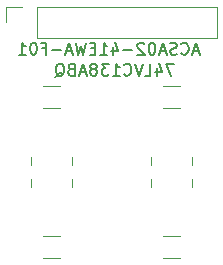
<source format=gbr>
%TF.GenerationSoftware,KiCad,Pcbnew,(6.0.0)*%
%TF.CreationDate,2022-04-20T12:25:39-04:00*%
%TF.ProjectId,7_seg,375f7365-672e-46b6-9963-61645f706362,rev?*%
%TF.SameCoordinates,Original*%
%TF.FileFunction,Legend,Bot*%
%TF.FilePolarity,Positive*%
%FSLAX46Y46*%
G04 Gerber Fmt 4.6, Leading zero omitted, Abs format (unit mm)*
G04 Created by KiCad (PCBNEW (6.0.0)) date 2022-04-20 12:25:39*
%MOMM*%
%LPD*%
G01*
G04 APERTURE LIST*
%ADD10C,0.150000*%
%ADD11C,0.120000*%
%ADD12C,0.100000*%
G04 APERTURE END LIST*
D10*
X128467809Y-78446380D02*
X127801142Y-78446380D01*
X128229714Y-79446380D01*
X126991619Y-78779714D02*
X126991619Y-79446380D01*
X127229714Y-78398761D02*
X127467809Y-79113047D01*
X126848761Y-79113047D01*
X125991619Y-79446380D02*
X126467809Y-79446380D01*
X126467809Y-78446380D01*
X125801142Y-78446380D02*
X125467809Y-79446380D01*
X125134476Y-78446380D01*
X124229714Y-79351142D02*
X124277333Y-79398761D01*
X124420190Y-79446380D01*
X124515428Y-79446380D01*
X124658285Y-79398761D01*
X124753523Y-79303523D01*
X124801142Y-79208285D01*
X124848761Y-79017809D01*
X124848761Y-78874952D01*
X124801142Y-78684476D01*
X124753523Y-78589238D01*
X124658285Y-78494000D01*
X124515428Y-78446380D01*
X124420190Y-78446380D01*
X124277333Y-78494000D01*
X124229714Y-78541619D01*
X123277333Y-79446380D02*
X123848761Y-79446380D01*
X123563047Y-79446380D02*
X123563047Y-78446380D01*
X123658285Y-78589238D01*
X123753523Y-78684476D01*
X123848761Y-78732095D01*
X122944000Y-78446380D02*
X122324952Y-78446380D01*
X122658285Y-78827333D01*
X122515428Y-78827333D01*
X122420190Y-78874952D01*
X122372571Y-78922571D01*
X122324952Y-79017809D01*
X122324952Y-79255904D01*
X122372571Y-79351142D01*
X122420190Y-79398761D01*
X122515428Y-79446380D01*
X122801142Y-79446380D01*
X122896380Y-79398761D01*
X122944000Y-79351142D01*
X121753523Y-78874952D02*
X121848761Y-78827333D01*
X121896380Y-78779714D01*
X121944000Y-78684476D01*
X121944000Y-78636857D01*
X121896380Y-78541619D01*
X121848761Y-78494000D01*
X121753523Y-78446380D01*
X121563047Y-78446380D01*
X121467809Y-78494000D01*
X121420190Y-78541619D01*
X121372571Y-78636857D01*
X121372571Y-78684476D01*
X121420190Y-78779714D01*
X121467809Y-78827333D01*
X121563047Y-78874952D01*
X121753523Y-78874952D01*
X121848761Y-78922571D01*
X121896380Y-78970190D01*
X121944000Y-79065428D01*
X121944000Y-79255904D01*
X121896380Y-79351142D01*
X121848761Y-79398761D01*
X121753523Y-79446380D01*
X121563047Y-79446380D01*
X121467809Y-79398761D01*
X121420190Y-79351142D01*
X121372571Y-79255904D01*
X121372571Y-79065428D01*
X121420190Y-78970190D01*
X121467809Y-78922571D01*
X121563047Y-78874952D01*
X120991619Y-79160666D02*
X120515428Y-79160666D01*
X121086857Y-79446380D02*
X120753523Y-78446380D01*
X120420190Y-79446380D01*
X119753523Y-78922571D02*
X119610666Y-78970190D01*
X119563047Y-79017809D01*
X119515428Y-79113047D01*
X119515428Y-79255904D01*
X119563047Y-79351142D01*
X119610666Y-79398761D01*
X119705904Y-79446380D01*
X120086857Y-79446380D01*
X120086857Y-78446380D01*
X119753523Y-78446380D01*
X119658285Y-78494000D01*
X119610666Y-78541619D01*
X119563047Y-78636857D01*
X119563047Y-78732095D01*
X119610666Y-78827333D01*
X119658285Y-78874952D01*
X119753523Y-78922571D01*
X120086857Y-78922571D01*
X118420190Y-79541619D02*
X118515428Y-79494000D01*
X118610666Y-79398761D01*
X118753523Y-79255904D01*
X118848761Y-79208285D01*
X118944000Y-79208285D01*
X118896380Y-79446380D02*
X118991619Y-79398761D01*
X119086857Y-79303523D01*
X119134476Y-79113047D01*
X119134476Y-78779714D01*
X119086857Y-78589238D01*
X118991619Y-78494000D01*
X118896380Y-78446380D01*
X118705904Y-78446380D01*
X118610666Y-78494000D01*
X118515428Y-78589238D01*
X118467809Y-78779714D01*
X118467809Y-79113047D01*
X118515428Y-79303523D01*
X118610666Y-79398761D01*
X118705904Y-79446380D01*
X118896380Y-79446380D01*
X130555047Y-77382666D02*
X130078857Y-77382666D01*
X130650285Y-77668380D02*
X130316952Y-76668380D01*
X129983619Y-77668380D01*
X129078857Y-77573142D02*
X129126476Y-77620761D01*
X129269333Y-77668380D01*
X129364571Y-77668380D01*
X129507428Y-77620761D01*
X129602666Y-77525523D01*
X129650285Y-77430285D01*
X129697904Y-77239809D01*
X129697904Y-77096952D01*
X129650285Y-76906476D01*
X129602666Y-76811238D01*
X129507428Y-76716000D01*
X129364571Y-76668380D01*
X129269333Y-76668380D01*
X129126476Y-76716000D01*
X129078857Y-76763619D01*
X128697904Y-77620761D02*
X128555047Y-77668380D01*
X128316952Y-77668380D01*
X128221714Y-77620761D01*
X128174095Y-77573142D01*
X128126476Y-77477904D01*
X128126476Y-77382666D01*
X128174095Y-77287428D01*
X128221714Y-77239809D01*
X128316952Y-77192190D01*
X128507428Y-77144571D01*
X128602666Y-77096952D01*
X128650285Y-77049333D01*
X128697904Y-76954095D01*
X128697904Y-76858857D01*
X128650285Y-76763619D01*
X128602666Y-76716000D01*
X128507428Y-76668380D01*
X128269333Y-76668380D01*
X128126476Y-76716000D01*
X127745523Y-77382666D02*
X127269333Y-77382666D01*
X127840761Y-77668380D02*
X127507428Y-76668380D01*
X127174095Y-77668380D01*
X126650285Y-76668380D02*
X126555047Y-76668380D01*
X126459809Y-76716000D01*
X126412190Y-76763619D01*
X126364571Y-76858857D01*
X126316952Y-77049333D01*
X126316952Y-77287428D01*
X126364571Y-77477904D01*
X126412190Y-77573142D01*
X126459809Y-77620761D01*
X126555047Y-77668380D01*
X126650285Y-77668380D01*
X126745523Y-77620761D01*
X126793142Y-77573142D01*
X126840761Y-77477904D01*
X126888380Y-77287428D01*
X126888380Y-77049333D01*
X126840761Y-76858857D01*
X126793142Y-76763619D01*
X126745523Y-76716000D01*
X126650285Y-76668380D01*
X125936000Y-76763619D02*
X125888380Y-76716000D01*
X125793142Y-76668380D01*
X125555047Y-76668380D01*
X125459809Y-76716000D01*
X125412190Y-76763619D01*
X125364571Y-76858857D01*
X125364571Y-76954095D01*
X125412190Y-77096952D01*
X125983619Y-77668380D01*
X125364571Y-77668380D01*
X124936000Y-77287428D02*
X124174095Y-77287428D01*
X123269333Y-77001714D02*
X123269333Y-77668380D01*
X123507428Y-76620761D02*
X123745523Y-77335047D01*
X123126476Y-77335047D01*
X122221714Y-77668380D02*
X122793142Y-77668380D01*
X122507428Y-77668380D02*
X122507428Y-76668380D01*
X122602666Y-76811238D01*
X122697904Y-76906476D01*
X122793142Y-76954095D01*
X121793142Y-77144571D02*
X121459809Y-77144571D01*
X121316952Y-77668380D02*
X121793142Y-77668380D01*
X121793142Y-76668380D01*
X121316952Y-76668380D01*
X120983619Y-76668380D02*
X120745523Y-77668380D01*
X120555047Y-76954095D01*
X120364571Y-77668380D01*
X120126476Y-76668380D01*
X119793142Y-77382666D02*
X119316952Y-77382666D01*
X119888380Y-77668380D02*
X119555047Y-76668380D01*
X119221714Y-77668380D01*
X118888380Y-77287428D02*
X118126476Y-77287428D01*
X117316952Y-77144571D02*
X117650285Y-77144571D01*
X117650285Y-77668380D02*
X117650285Y-76668380D01*
X117174095Y-76668380D01*
X116602666Y-76668380D02*
X116507428Y-76668380D01*
X116412190Y-76716000D01*
X116364571Y-76763619D01*
X116316952Y-76858857D01*
X116269333Y-77049333D01*
X116269333Y-77287428D01*
X116316952Y-77477904D01*
X116364571Y-77573142D01*
X116412190Y-77620761D01*
X116507428Y-77668380D01*
X116602666Y-77668380D01*
X116697904Y-77620761D01*
X116745523Y-77573142D01*
X116793142Y-77477904D01*
X116840761Y-77287428D01*
X116840761Y-77049333D01*
X116793142Y-76858857D01*
X116745523Y-76763619D01*
X116697904Y-76716000D01*
X116602666Y-76668380D01*
X115316952Y-77668380D02*
X115888380Y-77668380D01*
X115602666Y-77668380D02*
X115602666Y-76668380D01*
X115697904Y-76811238D01*
X115793142Y-76906476D01*
X115888380Y-76954095D01*
D11*
%TO.C,J1*%
X114240000Y-73600000D02*
X114240000Y-74930000D01*
X115570000Y-73600000D02*
X114240000Y-73600000D01*
X116840000Y-73600000D02*
X116840000Y-76260000D01*
X116840000Y-76260000D02*
X132140000Y-76260000D01*
X116840000Y-73600000D02*
X132140000Y-73600000D01*
X132140000Y-73600000D02*
X132140000Y-76260000D01*
%TO.C,R4*%
X128997064Y-80370000D02*
X127542936Y-80370000D01*
X128997064Y-82190000D02*
X127542936Y-82190000D01*
%TO.C,R3*%
X118837064Y-80370000D02*
X117382936Y-80370000D01*
X118837064Y-82190000D02*
X117382936Y-82190000D01*
%TO.C,R2*%
X128997064Y-93070000D02*
X127542936Y-93070000D01*
X128997064Y-94890000D02*
X127542936Y-94890000D01*
%TO.C,R1*%
X118837064Y-93070000D02*
X117382936Y-93070000D01*
X118837064Y-94890000D02*
X117382936Y-94890000D01*
D12*
%TO.C,IC2*%
X130020000Y-86380000D02*
X130020000Y-87030000D01*
X130020000Y-88230000D02*
X130020000Y-88880000D01*
X126520000Y-86380000D02*
X126520000Y-87030000D01*
X126520000Y-88230000D02*
X126520000Y-88880000D01*
%TO.C,IC1*%
X119860000Y-86380000D02*
X119860000Y-87030000D01*
X119860000Y-88230000D02*
X119860000Y-88880000D01*
X116360000Y-86380000D02*
X116360000Y-87030000D01*
X116360000Y-88230000D02*
X116360000Y-88880000D01*
%TD*%
M02*

</source>
